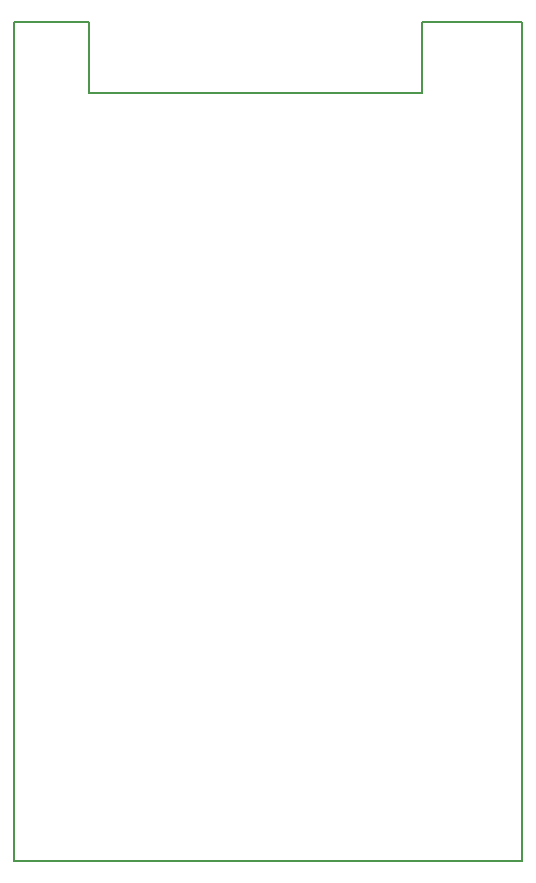
<source format=gko>
G04 Layer_Color=16711935*
%FSLAX24Y24*%
%MOIN*%
G70*
G01*
G75*
%ADD10C,0.0079*%
D10*
X29028Y43296D02*
X31526D01*
X42628D02*
X45957D01*
X42628Y40935D02*
Y43296D01*
X31526Y40935D02*
X42628D01*
X31526D02*
Y43296D01*
X29028Y15343D02*
X45957D01*
Y43296D01*
X29028Y15343D02*
Y43296D01*
M02*

</source>
